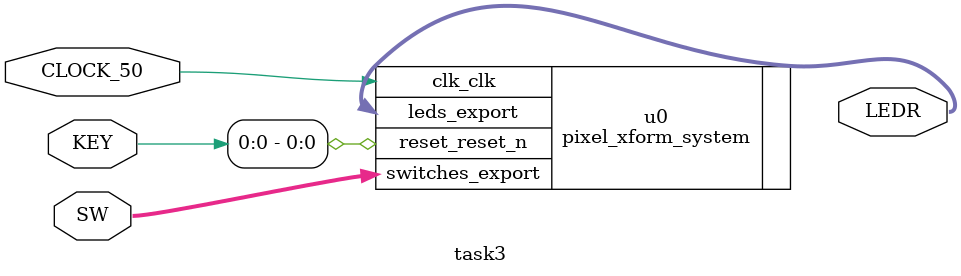
<source format=v>

module task3(CLOCK_50, SW, KEY, LEDR);

  input CLOCK_50;
  input [7:0] SW;
  input [3:0] KEY;
  output [7:0] LEDR;

  // Instantiate NiosII system module generated by the Qsys Tool
  pixel_xform_system u0 (
      .clk_clk         (CLOCK_50),    // clk.clk
      .leds_export     (LEDR),        // leds.export
      .reset_reset_n   (KEY[0]),      // reset.reset_n
      .switches_export (SW)           // switches.export
  );

endmodule

</source>
